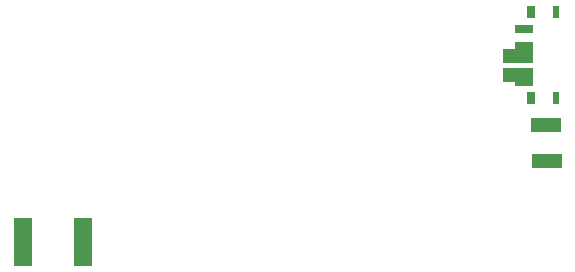
<source format=gtp>
G75*
G70*
%OFA0B0*%
%FSLAX24Y24*%
%IPPOS*%
%LPD*%
%AMOC8*
5,1,8,0,0,1.08239X$1,22.5*
%
%ADD10R,0.0600X0.1600*%
%ADD11R,0.1000X0.0500*%
%ADD12R,0.0591X0.0276*%
%ADD13R,0.0236X0.0394*%
%ADD14R,0.0315X0.0394*%
D10*
X004267Y001026D03*
X006267Y001026D03*
D11*
X020763Y006582D03*
X020764Y007218D03*
X021724Y004910D03*
X021735Y003718D03*
D12*
X020967Y006351D03*
X020967Y007532D03*
X020967Y008122D03*
D13*
X022050Y008674D03*
X022050Y005800D03*
D14*
X021223Y005800D03*
X021223Y008674D03*
M02*

</source>
